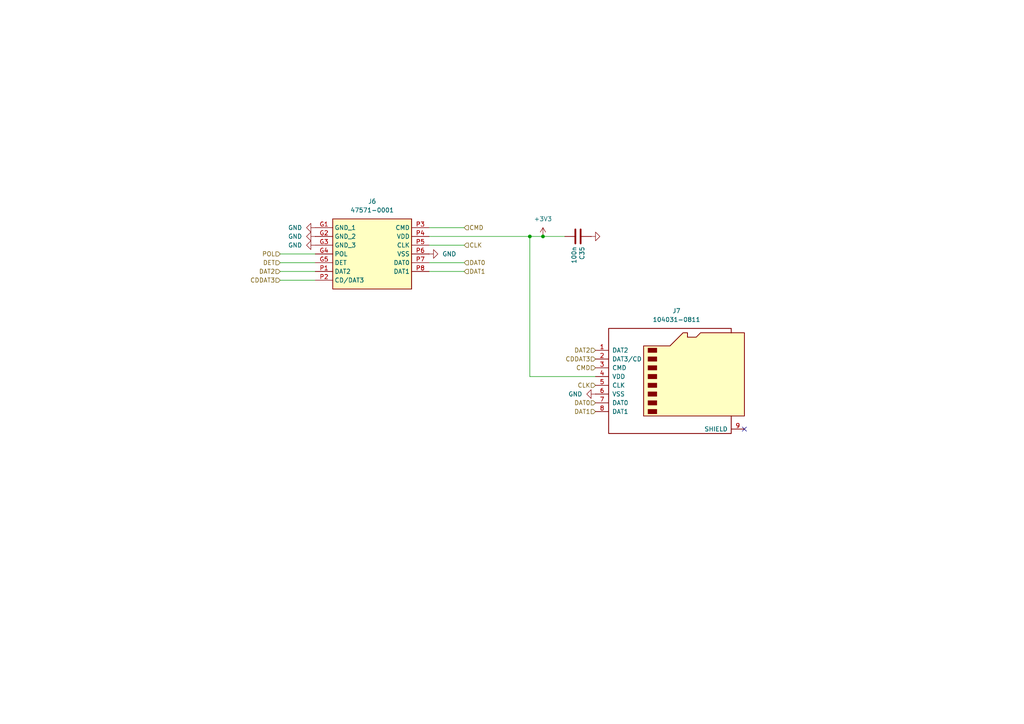
<source format=kicad_sch>
(kicad_sch (version 20250114) (generator "eeschema") (generator_version "9.0")
  (paper "A4")
  (title_block (title "${NAME}") (date "2025-05-10") (rev "${VERSION}") (company "Mikhail Matveev") (comment 1 "https://github.com/xtremespb/frank"))
  (lib_symbols
    (symbol "Connector:Micro_SD_Card" (pin_names (offset 1.016))
      (property "Reference" "J" (at -16.51 15.24 0))
      (property "Value" "Micro_SD_Card" (at 16.51 15.24 0))
      (symbol "Micro_SD_Card_0_1"
        (polyline (pts (xy -8.89 -11.43) (xy -8.89 8.89) (xy -1.27 8.89) (xy 2.54 12.7) (xy 3.81 12.7) (xy 3.81 11.43) (xy 6.35 11.43) (xy 7.62 12.7) (xy 20.32 12.7) (xy 20.32 -11.43) (xy -8.89 -11.43)) (stroke (width 0.254)) (fill (type background)))
        (rectangle (start -7.62 8.255) (end -5.08 6.985) (fill (type outline)))
        (rectangle (start -7.62 5.715) (end -5.08 4.445) (fill (type outline)))
        (rectangle (start -7.62 3.175) (end -5.08 1.905) (fill (type outline)))
        (rectangle (start -7.62 0.635) (end -5.08 -0.635) (fill (type outline)))
        (rectangle (start -7.62 -1.905) (end -5.08 -3.175) (fill (type outline)))
        (rectangle (start -7.62 -4.445) (end -5.08 -5.715) (fill (type outline)))
        (rectangle (start -7.62 -6.985) (end -5.08 -8.255) (fill (type outline)))
        (rectangle (start -7.62 -9.525) (end -5.08 -10.795) (fill (type outline)))
        (polyline (pts (xy 16.51 12.7) (xy 16.51 13.97) (xy -19.05 13.97) (xy -19.05 -16.51) (xy 16.51 -16.51) (xy 16.51 -11.43)) (stroke (width 0.254)))
      )
      (symbol "Micro_SD_Card_1_1"
        (pin bidirectional line (at -22.86 7.62 0) (length 3.81) (name "DAT2") (number "1"))
        (pin bidirectional line (at -22.86 5.08 0) (length 3.81) (name "DAT3/CD") (number "2"))
        (pin input line (at -22.86 2.54 0) (length 3.81) (name "CMD") (number "3"))
        (pin power_in line (at -22.86 0 0) (length 3.81) (name "VDD") (number "4"))
        (pin input line (at -22.86 -2.54 0) (length 3.81) (name "CLK") (number "5"))
        (pin power_in line (at -22.86 -5.08 0) (length 3.81) (name "VSS") (number "6"))
        (pin bidirectional line (at -22.86 -7.62 0) (length 3.81) (name "DAT0") (number "7"))
        (pin bidirectional line (at -22.86 -10.16 0) (length 3.81) (name "DAT1") (number "8"))
        (pin passive line (at 20.32 -15.24 180) (length 3.81) (name "SHIELD") (number "9"))
      )
    )
    (symbol "Device:C" (pin_numbers (hide yes)) (pin_names (offset 0.254))
      (property "Reference" "C" (at 0.635 2.54 0))
      (property "Value" "C" (at 0.635 -2.54 0))
      (symbol "C_0_1"
        (polyline (pts (xy -2.032 0.762) (xy 2.032 0.762)) (stroke (width 0.508)))
        (polyline (pts (xy -2.032 -0.762) (xy 2.032 -0.762)) (stroke (width 0.508)))
      )
      (symbol "C_1_1"
        (pin passive line (at 0 3.81 270) (length 2.794) (name "~") (number "1"))
        (pin passive line (at 0 -3.81 90) (length 2.794) (name "~") (number "2"))
      )
    )
    (symbol "FRANK:MicroSD_Short"
      (property "Reference" "SD1" (at 16.51 7.62 0))
      (property "Value" "MicroSD_Short" (at 16.51 5.08 0))
      (symbol "MicroSD_Short_1_1"
        (rectangle (start 5.08 2.54) (end 27.94 -17.78) (stroke (width 0.254)) (fill (type background)))
        (pin passive line (at 0 0 0) (length 5.08) (name "GND_1") (number "G1"))
        (pin passive line (at 0 -2.54 0) (length 5.08) (name "GND_2") (number "G2"))
        (pin passive line (at 0 -5.08 0) (length 5.08) (name "GND_3") (number "G3"))
        (pin passive line (at 0 -7.62 0) (length 5.08) (name "POL") (number "G4"))
        (pin passive line (at 0 -10.16 0) (length 5.08) (name "DET") (number "G5"))
        (pin passive line (at 0 -12.7 0) (length 5.08) (name "DAT2") (number "P1"))
        (pin passive line (at 0 -15.24 0) (length 5.08) (name "CD/DAT3") (number "P2"))
        (pin passive line (at 33.02 0 180) (length 5.08) (name "CMD") (number "P3"))
        (pin passive line (at 33.02 -2.54 180) (length 5.08) (name "VDD") (number "P4"))
        (pin passive line (at 33.02 -5.08 180) (length 5.08) (name "CLK") (number "P5"))
        (pin passive line (at 33.02 -7.62 180) (length 5.08) (name "VSS") (number "P6"))
        (pin passive line (at 33.02 -10.16 180) (length 5.08) (name "DAT0") (number "P7"))
        (pin passive line (at 33.02 -12.7 180) (length 5.08) (name "DAT1") (number "P8"))
      )
    )
    (symbol "GND_1" (power) (pin_numbers (hide yes)) (pin_names (offset 0) (hide yes))
      (property "Value" "GND" (at 0 -3.81 0))
      (symbol "GND_1_0_1"
        (polyline (pts (xy 0 0) (xy 0 -1.27) (xy 1.27 -1.27) (xy 0 -2.54) (xy -1.27 -1.27) (xy 0 -1.27)))
      )
      (symbol "GND_1_1_1"
        (pin power_in line (at 0 0 270) (length 0) (name "~") (number "1"))
      )
    )
    (symbol "power:+3V3" (power) (pin_numbers (hide yes)) (pin_names (offset 0) (hide yes))
      (property "Value" "+3V3" (at 0 3.556 0))
      (symbol "+3V3_0_1"
        (polyline (pts (xy -0.762 1.27) (xy 0 2.54)))
        (polyline (pts (xy 0 2.54) (xy 0.762 1.27)))
        (polyline (pts (xy 0 0) (xy 0 2.54)))
      )
      (symbol "+3V3_1_1"
        (pin power_in line (at 0 0 90) (length 0) (name "~") (number "1"))
      )
    )
    (symbol "power:GND" (power) (pin_numbers (hide yes)) (pin_names (offset 0) (hide yes))
      (property "Value" "GND" (at 0 -3.81 0))
      (symbol "GND_0_1"
        (polyline (pts (xy 0 0) (xy 0 -1.27) (xy 1.27 -1.27) (xy 0 -2.54) (xy -1.27 -1.27) (xy 0 -1.27)))
      )
      (symbol "GND_1_1"
        (pin power_in line (at 0 0 270) (length 0) (name "~") (number "1"))
      )
    )
  )
  (junction (at 157.48 68.58))
  (junction (at 153.67 68.58))
  (no_connect (at 215.9 124.46))
  (wire (pts (xy 172.72 109.22) (xy 153.67 109.22)))
  (wire (pts (xy 124.46 76.2) (xy 134.62 76.2)))
  (wire (pts (xy 124.46 78.74) (xy 134.62 78.74)))
  (wire (pts (xy 81.28 81.28) (xy 91.44 81.28)))
  (wire (pts (xy 81.28 78.74) (xy 91.44 78.74)))
  (wire (pts (xy 124.46 66.04) (xy 134.62 66.04)))
  (wire (pts (xy 157.48 68.58) (xy 163.83 68.58)))
  (wire (pts (xy 124.46 71.12) (xy 134.62 71.12)))
  (wire (pts (xy 153.67 68.58) (xy 157.48 68.58)))
  (wire (pts (xy 81.28 73.66) (xy 91.44 73.66)))
  (wire (pts (xy 124.46 68.58) (xy 153.67 68.58)))
  (wire (pts (xy 81.28 76.2) (xy 91.44 76.2)))
  (wire (pts (xy 153.67 109.22) (xy 153.67 68.58)))
  (hierarchical_label "CLK" (shape input) (at 134.62 71.12 0))
  (hierarchical_label "DAT0" (shape input) (at 134.62 76.2 0))
  (hierarchical_label "DAT1" (shape input) (at 134.62 78.74 0))
  (hierarchical_label "DET" (shape input) (at 81.28 76.2 180))
  (hierarchical_label "CDDAT3" (shape input) (at 172.72 104.14 180))
  (hierarchical_label "CLK" (shape input) (at 172.72 111.76 180))
  (hierarchical_label "DAT0" (shape input) (at 172.72 116.84 180))
  (hierarchical_label "DAT2" (shape input) (at 172.72 101.6 180))
  (hierarchical_label "CDDAT3" (shape input) (at 81.28 81.28 180))
  (hierarchical_label "DAT2" (shape input) (at 81.28 78.74 180))
  (hierarchical_label "CMD" (shape input) (at 172.72 106.68 180))
  (hierarchical_label "POL" (shape input) (at 81.28 73.66 180))
  (hierarchical_label "CMD" (shape input) (at 134.62 66.04 0))
  (hierarchical_label "DAT1" (shape input) (at 172.72 119.38 180))
  (symbol (lib_id "Device:C") (at 167.64 68.58 270) (unit 1)
    (property "Reference" "C35" (at 168.8084 71.501 0) (effects (justify left)))
    (property "Value" "100n" (at 166.497 71.501 0) (effects (justify left)))
    (property "Footprint" "FRANK:Capacitor (0805)" (effects (hide yes)))
    (property "Datasheet" "https://eu.mouser.com/datasheet/2/40/KGM_X7R-3223212.pdf" (effects (hide yes)))
    (property "AliExpress" "https://www.aliexpress.com/item/33008008276.html" (effects (hide yes)))
  )
  (symbol (lib_id "power:+3V3") (at 157.48 68.58 0) (unit 1)
    (property "Reference" "#PWR076" (effects (hide yes)))
    (property "Value" "+3V3" (at 157.48 63.5 0))
    (property "Description" "Power symbol creates a global label with name \"+3V3\"" (effects (hide yes)))
  )
  (symbol (lib_id "power:GND") (at 171.45 68.58 90) (unit 1)
    (property "Reference" "#PWR077" (effects (hide yes)))
    (property "Value" "GND" (effects (hide yes)))
    (property "Description" "Power symbol creates a global label with name \"GND\" , ground" (effects (hide yes)))
  )
  (symbol (lib_name "GND_1") (lib_id "power:GND") (at 91.44 68.58 270) (unit 1)
    (property "Reference" "#PWR075" (effects (hide yes)))
    (property "Value" "GND" (at 87.63 68.5799 90) (effects (justify right)))
    (property "Description" "Power symbol creates a global label with name \"GND\" , ground" (effects (hide yes)))
  )
  (symbol (lib_id "Connector:Micro_SD_Card") (at 195.58 109.22 0) (unit 1)
    (property "Reference" "J7" (at 196.215 90.17 0))
    (property "Value" "104031-0811" (at 196.215 92.71 0))
    (property "Footprint" "FRANK:MicroSD (SMD, long)" (effects (hide yes)))
    (property "Datasheet" "https://www.we-online.com/components/products/datasheet/693072010801.pdf" (effects (hide yes)))
    (property "Description" "Micro SD Card Socket" (effects (hide yes)))
    (property "AliExpress" "https://www.aliexpress.com/item/1005004214252441.html" (effects (hide yes)))
  )
  (symbol (lib_id "FRANK:MicroSD_Short") (at 91.44 66.04 0) (unit 1)
    (property "Reference" "J6" (at 107.95 58.42 0))
    (property "Value" "47571-0001" (at 107.95 60.96 0))
    (property "Footprint" "FRANK:MicroSD (SMD, short)" (effects (hide yes)))
    (property "Datasheet" "https://componentsearchengine.com/Datasheets/2/47571-0001.pdf" (effects (hide yes)))
    (property "Description" "Memory Card Connectors ASSY FOR TFR HEADER HEADER W/DETECT PIN" (effects (hide yes)))
    (property "Height" "2.3" (effects (hide yes)))
    (property "Mouser Part Number" "538-47571-0001" (effects (hide yes)))
    (property "Mouser Price/Stock" "https://www.mouser.co.uk/ProductDetail/Molex/47571-0001?qs=qM7ngqbhX5UTJOg9nqKLJQ%3D%3D" (effects (hide yes)))
    (property "Manufacturer_Name" "Molex" (effects (hide yes)))
    (property "Manufacturer_Part_Number" "47571-0001" (effects (hide yes)))
    (property "AliExpress" "https://www.aliexpress.com/item/1005005302426366.html" (effects (hide yes)))
  )
  (symbol (lib_name "GND_1") (lib_id "power:GND") (at 124.46 73.66 90) (unit 1)
    (property "Reference" "#PWR079" (effects (hide yes)))
    (property "Value" "GND" (at 128.27 73.6599 90) (effects (justify right)))
    (property "Description" "Power symbol creates a global label with name \"GND\" , ground" (effects (hide yes)))
  )
  (symbol (lib_id "power:GND") (at 172.72 114.3 270) (unit 1)
    (property "Reference" "#PWR080" (effects (hide yes)))
    (property "Value" "GND" (at 168.91 114.2999 90) (effects (justify right)))
  )
  (symbol (lib_name "GND_1") (lib_id "power:GND") (at 91.44 71.12 270) (unit 1)
    (property "Reference" "#PWR078" (effects (hide yes)))
    (property "Value" "GND" (at 87.63 71.1199 90) (effects (justify right)))
    (property "Description" "Power symbol creates a global label with name \"GND\" , ground" (effects (hide yes)))
  )
  (symbol (lib_name "GND_1") (lib_id "power:GND") (at 91.44 66.04 270) (unit 1)
    (property "Reference" "#PWR074" (effects (hide yes)))
    (property "Value" "GND" (at 87.63 66.0399 90) (effects (justify right)))
    (property "Description" "Power symbol creates a global label with name \"GND\" , ground" (effects (hide yes)))
  )
)
</source>
